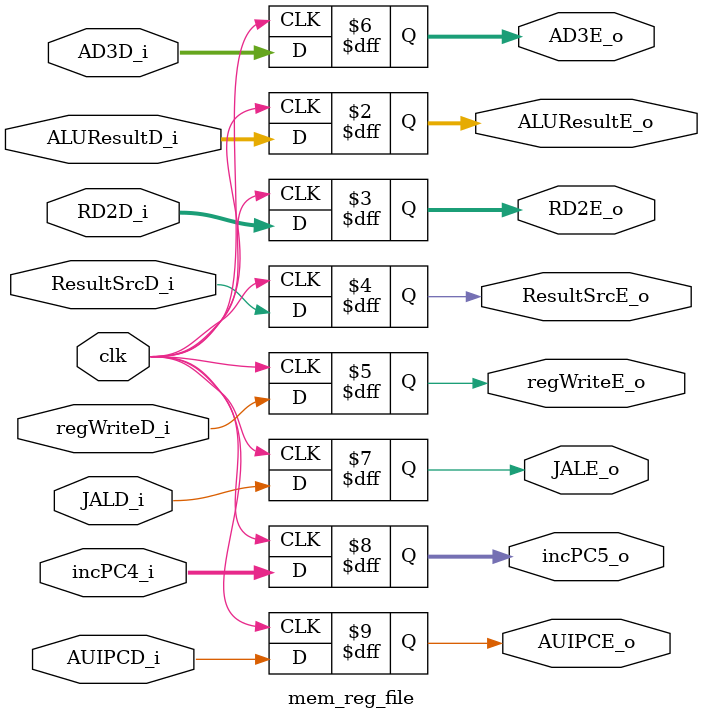
<source format=sv>
module mem_reg_file #(
    parameter DATA_WIDTH = 32,
    REGISTER_ADDRESS_WIDTH = 5
)(
    input logic                             clk,
    input logic [DATA_WIDTH-1:0]            ALUResultD_i,
    input logic [DATA_WIDTH-1:0]            RD2D_i,
    input logic                             ResultSrcD_i,
    input logic                             regWriteD_i,
    input logic [REGISTER_ADDRESS_WIDTH-1:0] AD3D_i,
    input logic                             JALD_i,
    input logic [DATA_WIDTH-1:0]            incPC4_i,
    input logic                             AUIPCD_i,


    output logic [DATA_WIDTH-1:0]           ALUResultE_o,
    output logic [DATA_WIDTH-1:0]           RD2E_o,
    output logic                            ResultSrcE_o,
    output logic                            regWriteE_o,
    output logic [REGISTER_ADDRESS_WIDTH-1:0] AD3E_o,
    output logic                            JALE_o,
    output logic [DATA_WIDTH-1:0]           incPC5_o,
    output logic                            AUIPCE_o

);

always_ff @(negedge clk) begin
    ALUResultE_o <= ALUResultD_i;
    RD2E_o <= RD2D_i;
    ResultSrcE_o <= ResultSrcD_i;
    regWriteE_o <= regWriteD_i;
    AD3E_o <= AD3D_i;
    JALE_o <= JALD_i;
    incPC5_o <= incPC4_i;
    AUIPCE_o <= AUIPCD_i;
end

endmodule

</source>
